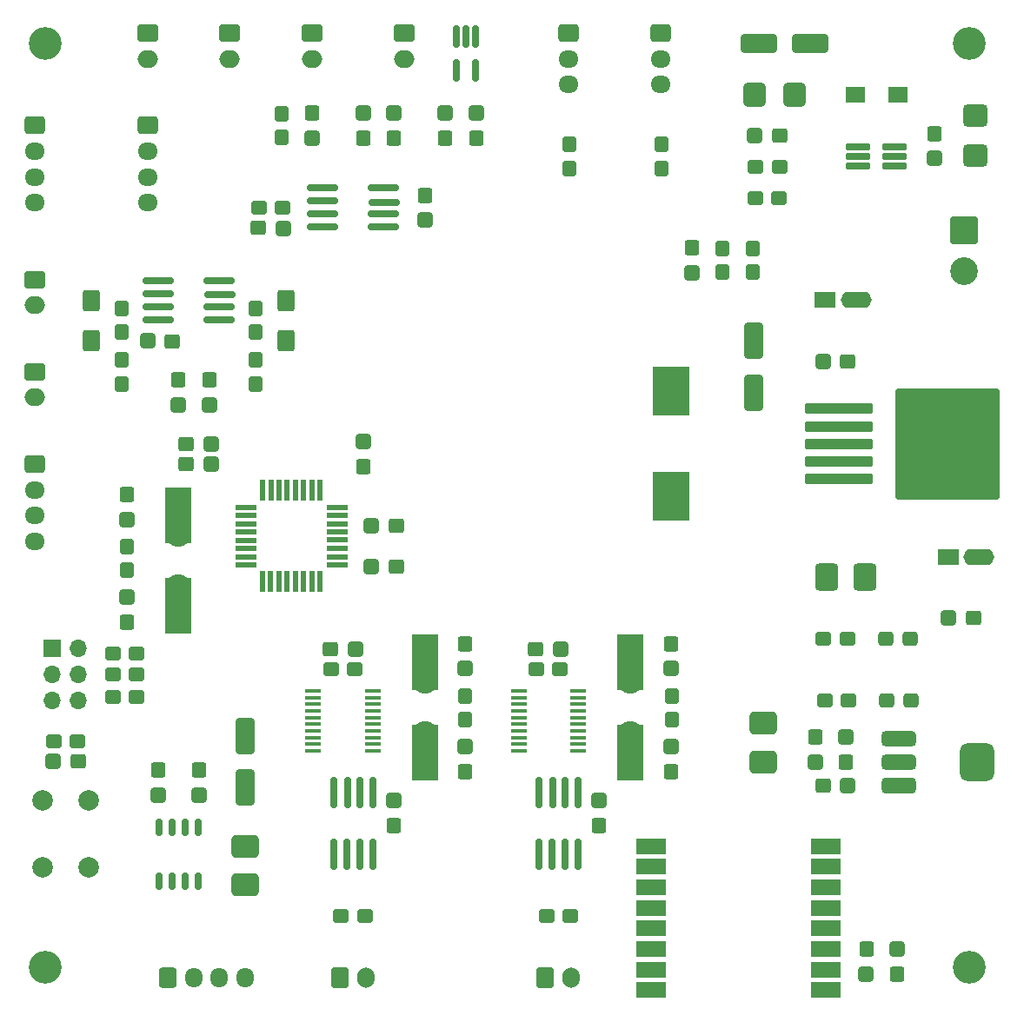
<source format=gbr>
%TF.GenerationSoftware,KiCad,Pcbnew,9.0.2*%
%TF.CreationDate,2025-07-08T15:17:27+08:00*%
%TF.ProjectId,SSRU_v3,53535255-5f76-4332-9e6b-696361645f70,rev?*%
%TF.SameCoordinates,Original*%
%TF.FileFunction,Soldermask,Top*%
%TF.FilePolarity,Negative*%
%FSLAX46Y46*%
G04 Gerber Fmt 4.6, Leading zero omitted, Abs format (unit mm)*
G04 Created by KiCad (PCBNEW 9.0.2) date 2025-07-08 15:17:27*
%MOMM*%
%LPD*%
G01*
G04 APERTURE LIST*
G04 Aperture macros list*
%AMRoundRect*
0 Rectangle with rounded corners*
0 $1 Rounding radius*
0 $2 $3 $4 $5 $6 $7 $8 $9 X,Y pos of 4 corners*
0 Add a 4 corners polygon primitive as box body*
4,1,4,$2,$3,$4,$5,$6,$7,$8,$9,$2,$3,0*
0 Add four circle primitives for the rounded corners*
1,1,$1+$1,$2,$3*
1,1,$1+$1,$4,$5*
1,1,$1+$1,$6,$7*
1,1,$1+$1,$8,$9*
0 Add four rect primitives between the rounded corners*
20,1,$1+$1,$2,$3,$4,$5,0*
20,1,$1+$1,$4,$5,$6,$7,0*
20,1,$1+$1,$6,$7,$8,$9,0*
20,1,$1+$1,$8,$9,$2,$3,0*%
G04 Aperture macros list end*
%ADD10RoundRect,0.250000X1.500000X0.650000X-1.500000X0.650000X-1.500000X-0.650000X1.500000X-0.650000X0*%
%ADD11RoundRect,0.278125X-0.474375X-0.389375X0.474375X-0.389375X0.474375X0.389375X-0.474375X0.389375X0*%
%ADD12RoundRect,0.305575X0.412525X-0.460025X0.412525X0.460025X-0.412525X0.460025X-0.412525X-0.460025X0*%
%ADD13RoundRect,0.308511X0.416489X-0.457089X0.416489X0.457089X-0.416489X0.457089X-0.416489X-0.457089X0*%
%ADD14C,2.400000*%
%ADD15R,2.500000X5.500000*%
%ADD16RoundRect,0.250000X-0.750000X0.600000X-0.750000X-0.600000X0.750000X-0.600000X0.750000X0.600000X0*%
%ADD17O,2.000000X1.700000*%
%ADD18RoundRect,0.305575X0.460025X0.412525X-0.460025X0.412525X-0.460025X-0.412525X0.460025X-0.412525X0*%
%ADD19RoundRect,0.308511X0.457089X0.416489X-0.457089X0.416489X-0.457089X-0.416489X0.457089X-0.416489X0*%
%ADD20RoundRect,0.150000X-0.150000X1.350000X-0.150000X-1.350000X0.150000X-1.350000X0.150000X1.350000X0*%
%ADD21RoundRect,0.150000X-0.150000X1.337500X-0.150000X-1.337500X0.150000X-1.337500X0.150000X1.337500X0*%
%ADD22RoundRect,0.305575X-0.412525X0.460025X-0.412525X-0.460025X0.412525X-0.460025X0.412525X0.460025X0*%
%ADD23RoundRect,0.308511X-0.416489X0.457089X-0.416489X-0.457089X0.416489X-0.457089X0.416489X0.457089X0*%
%ADD24RoundRect,0.250000X-0.600000X-0.725000X0.600000X-0.725000X0.600000X0.725000X-0.600000X0.725000X0*%
%ADD25O,1.700000X1.950000*%
%ADD26RoundRect,0.162500X-1.052500X-0.162500X1.052500X-0.162500X1.052500X0.162500X-1.052500X0.162500X0*%
%ADD27R,1.900000X1.600000*%
%ADD28R,3.600000X4.700000*%
%ADD29RoundRect,0.278125X-0.389375X0.474375X-0.389375X-0.474375X0.389375X-0.474375X0.389375X0.474375X0*%
%ADD30RoundRect,0.250000X-0.600000X-0.750000X0.600000X-0.750000X0.600000X0.750000X-0.600000X0.750000X0*%
%ADD31O,1.700000X2.000000*%
%ADD32R,1.700000X1.700000*%
%ADD33O,1.700000X1.700000*%
%ADD34RoundRect,0.162500X-0.162500X0.927500X-0.162500X-0.927500X0.162500X-0.927500X0.162500X0.927500X0*%
%ADD35RoundRect,0.305575X-0.460025X-0.412525X0.460025X-0.412525X0.460025X0.412525X-0.460025X0.412525X0*%
%ADD36RoundRect,0.308511X-0.457089X-0.416489X0.457089X-0.416489X0.457089X0.416489X-0.457089X0.416489X0*%
%ADD37RoundRect,0.278125X0.389375X-0.474375X0.389375X0.474375X-0.389375X0.474375X-0.389375X-0.474375X0*%
%ADD38RoundRect,0.278125X0.474375X0.389375X-0.474375X0.389375X-0.474375X-0.389375X0.474375X-0.389375X0*%
%ADD39RoundRect,0.100000X0.687500X0.100000X-0.687500X0.100000X-0.687500X-0.100000X0.687500X-0.100000X0*%
%ADD40RoundRect,0.100000X0.687500X0.099999X-0.687500X0.099999X-0.687500X-0.099999X0.687500X-0.099999X0*%
%ADD41RoundRect,0.150000X1.350000X0.150000X-1.350000X0.150000X-1.350000X-0.150000X1.350000X-0.150000X0*%
%ADD42RoundRect,0.150000X1.337500X0.150000X-1.337500X0.150000X-1.337500X-0.150000X1.337500X-0.150000X0*%
%ADD43RoundRect,0.390352X0.934648X-0.722148X0.934648X0.722148X-0.934648X0.722148X-0.934648X-0.722148X0*%
%ADD44C,3.200000*%
%ADD45RoundRect,0.390352X0.722148X0.934648X-0.722148X0.934648X-0.722148X-0.934648X0.722148X-0.934648X0*%
%ADD46R,2.000000X0.550000*%
%ADD47R,0.550000X2.000000*%
%ADD48R,0.525000X2.000000*%
%ADD49R,0.575000X2.000000*%
%ADD50R,2.000000X0.525000*%
%ADD51RoundRect,0.304348X0.420652X0.395652X-0.420652X0.395652X-0.420652X-0.395652X0.420652X-0.395652X0*%
%ADD52RoundRect,0.336539X0.538461X-0.713461X0.538461X0.713461X-0.538461X0.713461X-0.538461X-0.713461X0*%
%ADD53RoundRect,0.250000X-0.725000X0.600000X-0.725000X-0.600000X0.725000X-0.600000X0.725000X0.600000X0*%
%ADD54O,1.950000X1.700000*%
%ADD55RoundRect,0.354167X-0.708333X-0.820833X0.708333X-0.820833X0.708333X0.820833X-0.708333X0.820833X0*%
%ADD56R,2.000000X1.600000*%
%ADD57O,3.000000X1.600000*%
%ADD58RoundRect,0.250000X0.650000X-1.500000X0.650000X1.500000X-0.650000X1.500000X-0.650000X-1.500000X0*%
%ADD59RoundRect,0.150000X0.150000X-0.675000X0.150000X0.675000X-0.150000X0.675000X-0.150000X-0.675000X0*%
%ADD60RoundRect,0.390352X-0.934648X0.722148X-0.934648X-0.722148X0.934648X-0.722148X0.934648X0.722148X0*%
%ADD61RoundRect,0.250000X-3.075000X-0.300000X3.075000X-0.300000X3.075000X0.300000X-3.075000X0.300000X0*%
%ADD62RoundRect,0.271279X-4.828721X-5.128721X4.828721X-5.128721X4.828721X5.128721X-4.828721X5.128721X0*%
%ADD63R,3.000000X1.500000*%
%ADD64RoundRect,0.250000X-0.650000X1.500000X-0.650000X-1.500000X0.650000X-1.500000X0.650000X1.500000X0*%
%ADD65RoundRect,0.354167X0.820833X-0.708333X0.820833X0.708333X-0.820833X0.708333X-0.820833X-0.708333X0*%
%ADD66RoundRect,0.250001X-1.099999X1.099999X-1.099999X-1.099999X1.099999X-1.099999X1.099999X1.099999X0*%
%ADD67C,2.700000*%
%ADD68RoundRect,0.375000X-1.300000X-0.375000X1.300000X-0.375000X1.300000X0.375000X-1.300000X0.375000X0*%
%ADD69RoundRect,0.837500X-0.837500X-1.062500X0.837500X-1.062500X0.837500X1.062500X-0.837500X1.062500X0*%
%ADD70RoundRect,0.387500X-1.287500X-0.387500X1.287500X-0.387500X1.287500X0.387500X-1.287500X0.387500X0*%
%ADD71C,2.000000*%
G04 APERTURE END LIST*
D10*
%TO.C,D5*%
X179500000Y-55000000D03*
X174500000Y-55000000D03*
%TD*%
D11*
%TO.C,R23*%
X174224242Y-67000000D03*
X176529242Y-67000000D03*
%TD*%
D12*
%TO.C,C45*%
X187993100Y-145646800D03*
D13*
X188000000Y-143215600D03*
%TD*%
D14*
%TO.C,Y1*%
X118000000Y-107893282D03*
D15*
X118008238Y-109806719D03*
X118000000Y-100993282D03*
D14*
X118000000Y-102813282D03*
%TD*%
D16*
%TO.C,J23*%
X123000000Y-54000000D03*
D17*
X123000000Y-56500000D03*
%TD*%
D18*
%TO.C,C6*%
X183215600Y-86006900D03*
D19*
X180784400Y-86000000D03*
%TD*%
D20*
%TO.C,U10*%
X136905000Y-128000000D03*
X135635000Y-128000000D03*
D21*
X134500000Y-127987500D03*
D20*
X133095000Y-128000000D03*
X133095000Y-134000000D03*
X134365000Y-134000000D03*
X135635000Y-134000000D03*
X136905000Y-134000000D03*
%TD*%
D22*
%TO.C,C14*%
X142006900Y-69784400D03*
D23*
X142000000Y-72215600D03*
%TD*%
D24*
%TO.C,J31*%
X117000000Y-146000000D03*
D25*
X119500000Y-146000000D03*
X122000000Y-146000000D03*
X124500000Y-146000000D03*
%TD*%
D26*
%TO.C,U9*%
X184215000Y-65050000D03*
X184215000Y-66000000D03*
X184215000Y-66950000D03*
X187785000Y-66950000D03*
X187785000Y-66000000D03*
X187785000Y-65050000D03*
%TD*%
D22*
%TO.C,C10*%
X180006900Y-122568800D03*
D23*
X180000000Y-125000000D03*
%TD*%
D27*
%TO.C,L2*%
X188050000Y-60000000D03*
X183950000Y-60000000D03*
%TD*%
D22*
%TO.C,C27*%
X145906900Y-113484400D03*
D23*
X145900000Y-115915600D03*
%TD*%
D12*
%TO.C,C17*%
X112993100Y-111368100D03*
D13*
X113000000Y-108936900D03*
%TD*%
D28*
%TO.C,L1*%
X166000000Y-88850000D03*
X166000000Y-99150000D03*
%TD*%
D29*
%TO.C,R1*%
X165065000Y-64847500D03*
X165065000Y-67152500D03*
%TD*%
D30*
%TO.C,J21*%
X133739258Y-146000000D03*
D31*
X136239258Y-146000000D03*
%TD*%
D29*
%TO.C,R30*%
X125532500Y-85847500D03*
X125532500Y-88152500D03*
%TD*%
D32*
%TO.C,J1*%
X105725000Y-113920000D03*
D33*
X108265000Y-113920000D03*
X105725000Y-116460000D03*
X108265000Y-116460000D03*
X105725000Y-119000000D03*
X108265000Y-119000000D03*
%TD*%
D29*
%TO.C,R40*%
X156065000Y-64847500D03*
X156065000Y-67152500D03*
%TD*%
D34*
%TO.C,U8*%
X146950000Y-54340000D03*
X146000000Y-54340000D03*
X145050000Y-54340000D03*
X145050000Y-57660000D03*
X146950000Y-57660000D03*
%TD*%
D35*
%TO.C,C43*%
X152784400Y-113993100D03*
D36*
X155215600Y-114000000D03*
%TD*%
D16*
%TO.C,J20*%
X115000000Y-54000000D03*
D17*
X115000000Y-56500000D03*
%TD*%
D12*
%TO.C,C29*%
X135993100Y-96215600D03*
D13*
X136000000Y-93784400D03*
%TD*%
D12*
%TO.C,C19*%
X143993100Y-64215600D03*
D13*
X144000000Y-61784400D03*
%TD*%
D11*
%TO.C,R21*%
X152847500Y-115967500D03*
X155152500Y-115967500D03*
%TD*%
%TO.C,R22*%
X153847500Y-139967500D03*
X156152500Y-139967500D03*
%TD*%
D22*
%TO.C,C34*%
X191656900Y-63784400D03*
D23*
X191650000Y-66215600D03*
%TD*%
D37*
%TO.C,R4*%
X113000000Y-106305000D03*
X113000000Y-104000000D03*
%TD*%
D22*
%TO.C,C22*%
X118006900Y-87784400D03*
D23*
X118000000Y-90215600D03*
%TD*%
D12*
%TO.C,C40*%
X138993100Y-131215600D03*
D13*
X139000000Y-128784400D03*
%TD*%
D38*
%TO.C,R6*%
X113900000Y-114432500D03*
X111595000Y-114432500D03*
%TD*%
D11*
%TO.C,R17*%
X133847500Y-139967500D03*
X136152500Y-139967500D03*
%TD*%
D18*
%TO.C,C18*%
X108215600Y-124976900D03*
D19*
X105784400Y-124970000D03*
%TD*%
D39*
%TO.C,U1*%
X136912500Y-123925000D03*
X136912500Y-123275000D03*
X136912500Y-122625000D03*
D40*
X136912500Y-121974999D03*
D39*
X136912500Y-121325000D03*
X136912500Y-120675000D03*
X136912500Y-120025000D03*
X136912500Y-119375000D03*
X136912500Y-118725000D03*
X136912500Y-118075000D03*
X131087500Y-118075000D03*
X131087500Y-118725000D03*
X131087500Y-119375000D03*
X131087500Y-120025000D03*
X131087500Y-120675000D03*
X131087500Y-121325000D03*
X131087500Y-121975000D03*
D40*
X131087500Y-122624999D03*
X131087500Y-123274999D03*
X131087500Y-123924999D03*
%TD*%
D41*
%TO.C,U14*%
X122000000Y-81905000D03*
X122000000Y-80635000D03*
D42*
X122012500Y-79500000D03*
D41*
X122000000Y-78095000D03*
X116000000Y-78095000D03*
X116000000Y-79365000D03*
X116000000Y-80635000D03*
X116000000Y-81905000D03*
%TD*%
D22*
%TO.C,C38*%
X168006900Y-74884400D03*
D23*
X168000000Y-77315600D03*
%TD*%
D22*
%TO.C,C16*%
X116006900Y-125784400D03*
D23*
X116000000Y-128215600D03*
%TD*%
D11*
%TO.C,R39*%
X180958949Y-119032500D03*
X183263949Y-119032500D03*
%TD*%
D43*
%TO.C,F3*%
X124500000Y-136987500D03*
X124500000Y-133212500D03*
%TD*%
D11*
%TO.C,R38*%
X180843224Y-113000000D03*
X183148224Y-113000000D03*
%TD*%
D12*
%TO.C,C30*%
X146993100Y-64215600D03*
D13*
X147000000Y-61784400D03*
%TD*%
D44*
%TO.C,H4*%
X195000000Y-145000000D03*
%TD*%
D45*
%TO.C,F2*%
X184887500Y-107000000D03*
X181112500Y-107000000D03*
%TD*%
D44*
%TO.C,H3*%
X195000000Y-55000000D03*
%TD*%
D12*
%TO.C,C41*%
X165993100Y-125915600D03*
D13*
X166000000Y-123484400D03*
%TD*%
D11*
%TO.C,R5*%
X105847500Y-122967500D03*
X108152500Y-122967500D03*
%TD*%
D16*
%TO.C,J25*%
X131000000Y-54000000D03*
D17*
X131000000Y-56500000D03*
%TD*%
D12*
%TO.C,C26*%
X145893100Y-125915600D03*
D13*
X145900000Y-123484400D03*
%TD*%
D22*
%TO.C,C28*%
X131006900Y-61799058D03*
D23*
X131000000Y-64230258D03*
%TD*%
D46*
%TO.C,U2*%
X124550000Y-100200000D03*
X124550000Y-101000000D03*
X124550000Y-101800000D03*
X124550000Y-102600000D03*
X124550000Y-103400000D03*
X124550000Y-104200000D03*
X124550000Y-105000000D03*
X124550000Y-105800000D03*
D47*
X126200000Y-107450000D03*
D48*
X126987500Y-107450000D03*
D49*
X127812500Y-107450000D03*
D47*
X128600000Y-107450000D03*
X129400000Y-107450000D03*
X130200000Y-107450000D03*
X131000000Y-107450000D03*
X131800000Y-107450000D03*
D46*
X133450000Y-105800000D03*
X133450000Y-105000000D03*
X133450000Y-104200000D03*
D50*
X133450000Y-103387500D03*
D46*
X133450000Y-102600000D03*
X133450000Y-101800000D03*
X133450000Y-101000000D03*
X133450000Y-100200000D03*
D47*
X131800000Y-98550000D03*
X131000000Y-98550000D03*
X130200000Y-98550000D03*
X129400000Y-98550000D03*
X128600000Y-98550000D03*
X127800000Y-98550000D03*
X127000000Y-98550000D03*
X126200000Y-98550000D03*
%TD*%
D37*
%TO.C,R3*%
X171015397Y-77252500D03*
X171015397Y-74947500D03*
%TD*%
D51*
%TO.C,D3*%
X189234275Y-113032500D03*
X186884275Y-113032500D03*
%TD*%
D35*
%TO.C,C1*%
X118784400Y-95993100D03*
D36*
X121215600Y-96000000D03*
%TD*%
D22*
%TO.C,C15*%
X120006900Y-125784400D03*
D23*
X120000000Y-128215600D03*
%TD*%
D30*
%TO.C,J11*%
X153739258Y-146000000D03*
D31*
X156239258Y-146000000D03*
%TD*%
D16*
%TO.C,J30*%
X140000000Y-54000000D03*
D17*
X140000000Y-56500000D03*
%TD*%
D52*
%TO.C,R25*%
X128500000Y-83950000D03*
X128500000Y-80050000D03*
%TD*%
D16*
%TO.C,J5*%
X104000000Y-87000000D03*
D17*
X104000000Y-89500000D03*
%TD*%
D51*
%TO.C,D4*%
X189350000Y-119000000D03*
X187000000Y-119000000D03*
%TD*%
D53*
%TO.C,J32*%
X104000000Y-96000000D03*
D54*
X104000000Y-98500000D03*
X104000000Y-101000000D03*
X104000000Y-103500000D03*
%TD*%
D41*
%TO.C,U3*%
X138000000Y-72905000D03*
X138000000Y-71635000D03*
D42*
X138012500Y-70500000D03*
D41*
X138000000Y-69095000D03*
X132000000Y-69095000D03*
X132000000Y-70365000D03*
X132000000Y-71635000D03*
X132000000Y-72905000D03*
%TD*%
D44*
%TO.C,H2*%
X105000000Y-145000000D03*
%TD*%
D53*
%TO.C,J26*%
X156000000Y-54000000D03*
D54*
X156000000Y-56500000D03*
X156000000Y-59000000D03*
%TD*%
D52*
%TO.C,R24*%
X109500000Y-83950000D03*
X109500000Y-80050000D03*
%TD*%
D12*
%TO.C,C44*%
X158993100Y-131215600D03*
D13*
X159000000Y-128784400D03*
%TD*%
D16*
%TO.C,J4*%
X104000000Y-78000000D03*
D17*
X104000000Y-80500000D03*
%TD*%
D55*
%TO.C,C33*%
X174125000Y-60000000D03*
X178000000Y-60000000D03*
%TD*%
D12*
%TO.C,C31*%
X135993100Y-64215600D03*
D13*
X136000000Y-61784400D03*
%TD*%
D18*
%TO.C,C35*%
X176556200Y-64006900D03*
D19*
X174125000Y-64000000D03*
%TD*%
D11*
%TO.C,R16*%
X132847500Y-115967500D03*
X135152500Y-115967500D03*
%TD*%
%TO.C,R41*%
X125847500Y-70967500D03*
X128152500Y-70967500D03*
%TD*%
D18*
%TO.C,C21*%
X117415600Y-84006900D03*
D19*
X114984400Y-84000000D03*
%TD*%
D35*
%TO.C,C8*%
X180784400Y-127268100D03*
D36*
X183215600Y-127275000D03*
%TD*%
D29*
%TO.C,R28*%
X112500000Y-85847500D03*
X112500000Y-88152500D03*
%TD*%
D56*
%TO.C,C11*%
X193000000Y-105000000D03*
D57*
X196000000Y-105000000D03*
%TD*%
D29*
%TO.C,R18*%
X166032500Y-118547500D03*
X166032500Y-120852500D03*
%TD*%
D22*
%TO.C,C25*%
X121036900Y-87784400D03*
D23*
X121030000Y-90215600D03*
%TD*%
D12*
%TO.C,C9*%
X182993100Y-125000000D03*
D13*
X183000000Y-122568800D03*
%TD*%
D58*
%TO.C,D2*%
X174000000Y-89000000D03*
X174000000Y-84000000D03*
%TD*%
D44*
%TO.C,H1*%
X105000000Y-55000000D03*
%TD*%
D18*
%TO.C,C3*%
X139215600Y-106006900D03*
D19*
X136784400Y-106000000D03*
%TD*%
D59*
%TO.C,U13*%
X116095000Y-136625000D03*
X117365000Y-136625000D03*
X118635000Y-136625000D03*
X119905000Y-136625000D03*
X119905000Y-131375000D03*
X118635000Y-131375000D03*
X117365000Y-131375000D03*
X116095000Y-131375000D03*
%TD*%
D29*
%TO.C,R29*%
X112500000Y-80847500D03*
X112500000Y-83152500D03*
%TD*%
D18*
%TO.C,C12*%
X195465600Y-111006900D03*
D19*
X193034400Y-111000000D03*
%TD*%
D53*
%TO.C,J27*%
X165000000Y-54000000D03*
D54*
X165000000Y-56500000D03*
X165000000Y-59000000D03*
%TD*%
D14*
%TO.C,Y3*%
X162000000Y-122193282D03*
D15*
X162008238Y-124106719D03*
X162000000Y-115293282D03*
D14*
X162000000Y-117113282D03*
%TD*%
D20*
%TO.C,U12*%
X156905000Y-128000000D03*
X155635000Y-128000000D03*
D21*
X154500000Y-127987500D03*
D20*
X153095000Y-128000000D03*
X153095000Y-134000000D03*
X154365000Y-134000000D03*
X155635000Y-134000000D03*
X156905000Y-134000000D03*
%TD*%
D60*
%TO.C,F1*%
X175000000Y-121225000D03*
X175000000Y-125000000D03*
%TD*%
D12*
%TO.C,C36*%
X138993100Y-64215600D03*
D13*
X139000000Y-61784400D03*
%TD*%
D29*
%TO.C,R15*%
X145932500Y-118547500D03*
X145932500Y-120852500D03*
%TD*%
D22*
%TO.C,C42*%
X166006900Y-113484400D03*
D23*
X166000000Y-115915600D03*
%TD*%
D61*
%TO.C,U4*%
X182325000Y-90600000D03*
X182325000Y-92300000D03*
X182325000Y-94000000D03*
D62*
X192900000Y-94000000D03*
D61*
X182325000Y-95700000D03*
X182325000Y-97400000D03*
%TD*%
D38*
%TO.C,R44*%
X176507759Y-70032500D03*
X174202759Y-70032500D03*
%TD*%
%TO.C,R8*%
X113900000Y-118632500D03*
X111595000Y-118632500D03*
%TD*%
D63*
%TO.C,U11*%
X181033650Y-147215600D03*
X181033650Y-145215600D03*
X181033650Y-143215600D03*
X181033650Y-141215600D03*
X181033650Y-139215600D03*
X181033650Y-137215600D03*
X181033650Y-135215600D03*
X181033650Y-133215600D03*
X164033650Y-133215600D03*
X164033650Y-135215600D03*
X164033650Y-137215600D03*
X164033650Y-139215600D03*
X164033650Y-141215600D03*
X164033650Y-143215600D03*
X164033650Y-145215600D03*
X164033650Y-147215600D03*
%TD*%
D39*
%TO.C,U7*%
X156962500Y-123925000D03*
X156962500Y-123275000D03*
X156962500Y-122625000D03*
D40*
X156962500Y-121974999D03*
D39*
X156962500Y-121325000D03*
X156962500Y-120675000D03*
X156962500Y-120025000D03*
X156962500Y-119375000D03*
X156962500Y-118725000D03*
X156962500Y-118075000D03*
X151137500Y-118075000D03*
X151137500Y-118725000D03*
X151137500Y-119375000D03*
X151137500Y-120025000D03*
X151137500Y-120675000D03*
X151137500Y-121325000D03*
X151137500Y-121975000D03*
D40*
X151137500Y-122624999D03*
X151137500Y-123274999D03*
X151137500Y-123924999D03*
%TD*%
D14*
%TO.C,Y4*%
X142000000Y-122193282D03*
D15*
X142008238Y-124106719D03*
X142000000Y-115293282D03*
D14*
X142000000Y-117113282D03*
%TD*%
D56*
%TO.C,C7*%
X181000000Y-80000000D03*
D57*
X184000000Y-80000000D03*
%TD*%
D64*
%TO.C,D6*%
X124500000Y-122500000D03*
X124500000Y-127500000D03*
%TD*%
D53*
%TO.C,J22*%
X104000000Y-63000000D03*
D54*
X104000000Y-65500000D03*
X104000000Y-68000000D03*
X104000000Y-70500000D03*
%TD*%
D37*
%TO.C,R2*%
X173967500Y-77252500D03*
X173967500Y-74947500D03*
%TD*%
D29*
%TO.C,R37*%
X128032500Y-61847500D03*
X128032500Y-64152500D03*
%TD*%
D35*
%TO.C,C4*%
X118784400Y-93993100D03*
D36*
X121215600Y-94000000D03*
%TD*%
D22*
%TO.C,C46*%
X184996900Y-143215600D03*
D23*
X184990000Y-145646800D03*
%TD*%
D65*
%TO.C,C32*%
X195650000Y-65937500D03*
X195650000Y-62062500D03*
%TD*%
D53*
%TO.C,J24*%
X115000000Y-63000000D03*
D54*
X115000000Y-65500000D03*
X115000000Y-68000000D03*
X115000000Y-70500000D03*
%TD*%
D66*
%TO.C,J3*%
X194550000Y-73242500D03*
D67*
X194550000Y-77202500D03*
%TD*%
D68*
%TO.C,U5*%
X188150000Y-122700000D03*
X188150000Y-125000000D03*
D69*
X195800000Y-125000000D03*
D70*
X188150000Y-127275000D03*
%TD*%
D18*
%TO.C,C2*%
X139215600Y-102006900D03*
D19*
X136784400Y-102000000D03*
%TD*%
D35*
%TO.C,C13*%
X125784400Y-72993100D03*
D36*
X128215600Y-73000000D03*
%TD*%
D71*
%TO.C,SW1*%
X109250000Y-128750000D03*
X109250000Y-135250000D03*
X104750000Y-128750000D03*
X104750000Y-135250000D03*
%TD*%
D38*
%TO.C,R7*%
X113900000Y-116493552D03*
X111595000Y-116493552D03*
%TD*%
D22*
%TO.C,C5*%
X113006900Y-98936900D03*
D23*
X113000000Y-101368100D03*
%TD*%
D35*
%TO.C,C39*%
X132784400Y-113993100D03*
D36*
X135215600Y-114000000D03*
%TD*%
D29*
%TO.C,R31*%
X125532500Y-80847500D03*
X125532500Y-83152500D03*
%TD*%
M02*

</source>
